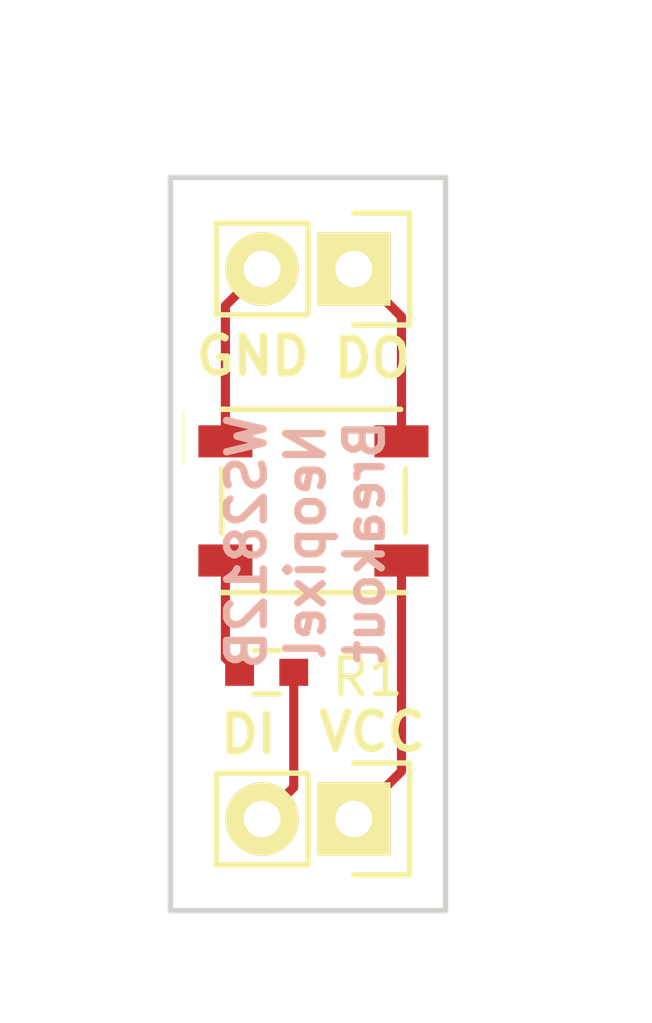
<source format=kicad_pcb>
(kicad_pcb (version 4) (host pcbnew 4.0.5-e0-6337~49~ubuntu16.04.1)

  (general
    (links 5)
    (no_connects 3)
    (area 144.704999 93.904999 152.475001 114.375001)
    (thickness 1.6)
    (drawings 15)
    (tracks 10)
    (zones 0)
    (modules 4)
    (nets 6)
  )

  (page USLetter)
  (title_block
    (title "Neopixel WS2812B Breakout Board")
    (date "1 Sep 2016")
    (rev v1.0)
    (company "CERN Open Hardware License v1.2")
    (comment 1 jenner@wickerbox.net)
    (comment 2 http://wickerbox.net)
    (comment 3 "Wickerbox Electronics")
  )

  (layers
    (0 F.Cu signal)
    (31 B.Cu signal)
    (34 B.Paste user)
    (35 F.Paste user)
    (36 B.SilkS user)
    (37 F.SilkS user)
    (38 B.Mask user)
    (39 F.Mask user)
    (44 Edge.Cuts user)
    (46 B.CrtYd user)
    (47 F.CrtYd user)
    (48 B.Fab user)
    (49 F.Fab user)
  )

  (setup
    (last_trace_width 0.254)
    (user_trace_width 0.1524)
    (user_trace_width 0.254)
    (user_trace_width 0.3302)
    (user_trace_width 0.508)
    (user_trace_width 0.762)
    (trace_clearance 0.254)
    (zone_clearance 0.508)
    (zone_45_only no)
    (trace_min 0.1524)
    (segment_width 0.2)
    (edge_width 0.15)
    (via_size 0.6858)
    (via_drill 0.3302)
    (via_min_size 0.6858)
    (via_min_drill 0.3302)
    (user_via 0.6858 0.3302)
    (user_via 0.762 0.4064)
    (user_via 0.8636 0.508)
    (uvia_size 0.762)
    (uvia_drill 0.508)
    (uvias_allowed no)
    (uvia_min_size 0)
    (uvia_min_drill 0)
    (pcb_text_width 0.3)
    (pcb_text_size 1.5 1.5)
    (mod_edge_width 0.15)
    (mod_text_size 1 1)
    (mod_text_width 0.15)
    (pad_size 1.524 1.524)
    (pad_drill 0.762)
    (pad_to_mask_clearance 0.0762)
    (aux_axis_origin 0 0)
    (visible_elements FFFEDF7D)
    (pcbplotparams
      (layerselection 0x3d0fc_80000001)
      (usegerberextensions true)
      (excludeedgelayer true)
      (linewidth 0.100000)
      (plotframeref false)
      (viasonmask false)
      (mode 1)
      (useauxorigin false)
      (hpglpennumber 1)
      (hpglpenspeed 20)
      (hpglpendiameter 15)
      (hpglpenoverlay 2)
      (psnegative false)
      (psa4output false)
      (plotreference true)
      (plotvalue true)
      (plotinvisibletext false)
      (padsonsilk false)
      (subtractmaskfromsilk false)
      (outputformat 1)
      (mirror false)
      (drillshape 0)
      (scaleselection 1)
      (outputdirectory gerbers/))
  )

  (net 0 "")
  (net 1 /VCC)
  (net 2 /DO)
  (net 3 /DI)
  (net 4 GND)
  (net 5 "Net-(LED1-Pad2)")

  (net_class Default "This is the default net class."
    (clearance 0.254)
    (trace_width 0.1524)
    (via_dia 0.6858)
    (via_drill 0.3302)
    (uvia_dia 0.762)
    (uvia_drill 0.508)
    (add_net /DI)
    (add_net /DO)
    (add_net /VCC)
    (add_net GND)
    (add_net "Net-(LED1-Pad2)")
  )

  (net_class Power ""
    (clearance 0.3302)
    (trace_width 0.508)
    (via_dia 0.762)
    (via_drill 0.4064)
    (uvia_dia 0.762)
    (uvia_drill 0.508)
  )

  (module Wickerlib:CONN-HEADER-STRAIGHT-P2.54MM-1x02 (layer F.Cu) (tedit 57C8B9F5) (tstamp 57C8B9D9)
    (at 149.86 111.76 270)
    (descr "Through hole pin header")
    (tags "pin header")
    (path /57C8B999)
    (fp_text reference J1 (at 0 1.25 360) (layer F.Fab)
      (effects (font (size 1 1) (thickness 0.15)))
    )
    (fp_text value INPUT (at 0 -3.1 270) (layer F.Fab) hide
      (effects (font (size 1 1) (thickness 0.15)))
    )
    (fp_line (start 1.75 4.25) (end 1.75 -1.75) (layer F.Fab) (width 0.05))
    (fp_line (start 1.75 4.25) (end -1.75 4.25) (layer F.Fab) (width 0.05))
    (fp_line (start -1.75 -1.75) (end -1.75 4.25) (layer F.Fab) (width 0.05))
    (fp_line (start 1.75 -1.75) (end -1.75 -1.75) (layer F.Fab) (width 0.05))
    (fp_text user %R (at 0 5.334 270) (layer F.SilkS) hide
      (effects (font (size 1 1) (thickness 0.15)))
    )
    (fp_circle (center 0 0) (end 0.15 0.25) (layer F.Fab) (width 0.4))
    (fp_line (start 1.27 1.27) (end 1.27 3.81) (layer F.SilkS) (width 0.15))
    (fp_line (start 1.55 -1.55) (end 1.55 0) (layer F.SilkS) (width 0.15))
    (fp_line (start -1.75 -1.75) (end -1.75 4.3) (layer F.CrtYd) (width 0.05))
    (fp_line (start 1.75 -1.75) (end 1.75 4.3) (layer F.CrtYd) (width 0.05))
    (fp_line (start -1.75 -1.75) (end 1.75 -1.75) (layer F.CrtYd) (width 0.05))
    (fp_line (start -1.75 4.3) (end 1.75 4.3) (layer F.CrtYd) (width 0.05))
    (fp_line (start 1.27 1.27) (end -1.27 1.27) (layer F.SilkS) (width 0.15))
    (fp_line (start -1.55 0) (end -1.55 -1.55) (layer F.SilkS) (width 0.15))
    (fp_line (start -1.55 -1.55) (end 1.55 -1.55) (layer F.SilkS) (width 0.15))
    (fp_line (start -1.27 1.27) (end -1.27 3.81) (layer F.SilkS) (width 0.15))
    (fp_line (start -1.27 3.81) (end 1.27 3.81) (layer F.SilkS) (width 0.15))
    (pad 1 thru_hole rect (at 0 0 270) (size 2.032 2.032) (drill 1.016) (layers *.Cu *.Mask F.SilkS)
      (net 1 /VCC))
    (pad 2 thru_hole oval (at 0 2.54 270) (size 2.032 2.032) (drill 1.016) (layers *.Cu *.Mask F.SilkS)
      (net 3 /DI))
  )

  (module Wickerlib:CONN-HEADER-STRAIGHT-P2.54MM-1x02 (layer F.Cu) (tedit 57C8B9F8) (tstamp 57C8B9DF)
    (at 149.86 96.52 270)
    (descr "Through hole pin header")
    (tags "pin header")
    (path /57C8B8EE)
    (fp_text reference J2 (at 0 1.25 360) (layer F.Fab)
      (effects (font (size 1 1) (thickness 0.15)))
    )
    (fp_text value OUTPUT (at 0 -3.1 270) (layer F.Fab) hide
      (effects (font (size 1 1) (thickness 0.15)))
    )
    (fp_line (start 1.75 4.25) (end 1.75 -1.75) (layer F.Fab) (width 0.05))
    (fp_line (start 1.75 4.25) (end -1.75 4.25) (layer F.Fab) (width 0.05))
    (fp_line (start -1.75 -1.75) (end -1.75 4.25) (layer F.Fab) (width 0.05))
    (fp_line (start 1.75 -1.75) (end -1.75 -1.75) (layer F.Fab) (width 0.05))
    (fp_text user %R (at 0 5.334 270) (layer F.SilkS) hide
      (effects (font (size 1 1) (thickness 0.15)))
    )
    (fp_circle (center 0 0) (end 0.15 0.25) (layer F.Fab) (width 0.4))
    (fp_line (start 1.27 1.27) (end 1.27 3.81) (layer F.SilkS) (width 0.15))
    (fp_line (start 1.55 -1.55) (end 1.55 0) (layer F.SilkS) (width 0.15))
    (fp_line (start -1.75 -1.75) (end -1.75 4.3) (layer F.CrtYd) (width 0.05))
    (fp_line (start 1.75 -1.75) (end 1.75 4.3) (layer F.CrtYd) (width 0.05))
    (fp_line (start -1.75 -1.75) (end 1.75 -1.75) (layer F.CrtYd) (width 0.05))
    (fp_line (start -1.75 4.3) (end 1.75 4.3) (layer F.CrtYd) (width 0.05))
    (fp_line (start 1.27 1.27) (end -1.27 1.27) (layer F.SilkS) (width 0.15))
    (fp_line (start -1.55 0) (end -1.55 -1.55) (layer F.SilkS) (width 0.15))
    (fp_line (start -1.55 -1.55) (end 1.55 -1.55) (layer F.SilkS) (width 0.15))
    (fp_line (start -1.27 1.27) (end -1.27 3.81) (layer F.SilkS) (width 0.15))
    (fp_line (start -1.27 3.81) (end 1.27 3.81) (layer F.SilkS) (width 0.15))
    (pad 1 thru_hole rect (at 0 0 270) (size 2.032 2.032) (drill 1.016) (layers *.Cu *.Mask F.SilkS)
      (net 2 /DO))
    (pad 2 thru_hole oval (at 0 2.54 270) (size 2.032 2.032) (drill 1.016) (layers *.Cu *.Mask F.SilkS)
      (net 4 GND))
  )

  (module Wickerlib:RLC-0603-SMD (layer F.Cu) (tedit 579029AB) (tstamp 57C8B9ED)
    (at 147.447 107.696 180)
    (descr "Capacitor SMD RLC-0603-SMD, reflow soldering, AVX (see smccp.pdf)")
    (tags "capacitor RLC-0603-SMD")
    (path /57C8BA02)
    (attr smd)
    (fp_text reference R1 (at 0.09 0.04 180) (layer F.Fab)
      (effects (font (size 0.8 0.8) (thickness 0.15)))
    )
    (fp_text value 470 (at 0 1.9 180) (layer F.Fab) hide
      (effects (font (size 1 1) (thickness 0.15)))
    )
    (fp_text user %R (at -2.794 -0.127 180) (layer F.SilkS)
      (effects (font (size 1 1) (thickness 0.15)))
    )
    (fp_line (start -1.45 -0.75) (end 1.45 -0.75) (layer F.Fab) (width 0.05))
    (fp_line (start -1.45 0.75) (end 1.45 0.75) (layer F.CrtYd) (width 0.05))
    (fp_line (start -1.45 -0.75) (end -1.45 0.75) (layer F.CrtYd) (width 0.05))
    (fp_line (start 1.45 -0.75) (end 1.45 0.75) (layer F.CrtYd) (width 0.05))
    (fp_line (start -0.35 -0.6) (end 0.35 -0.6) (layer F.SilkS) (width 0.15))
    (fp_line (start 0.35 0.6) (end -0.35 0.6) (layer F.SilkS) (width 0.15))
    (fp_line (start -1.45 -0.75) (end 1.45 -0.75) (layer F.CrtYd) (width 0.05))
    (fp_line (start -1.45 -0.75) (end -1.45 0.75) (layer F.Fab) (width 0.05))
    (fp_line (start 1.45 -0.75) (end 1.45 0.75) (layer F.Fab) (width 0.05))
    (fp_line (start -1.45 0.75) (end 1.45 0.75) (layer F.Fab) (width 0.05))
    (pad 1 smd rect (at -0.75 0 180) (size 0.8 0.75) (layers F.Cu F.Paste F.Mask)
      (net 3 /DI))
    (pad 2 smd rect (at 0.75 0 180) (size 0.8 0.75) (layers F.Cu F.Paste F.Mask)
      (net 5 "Net-(LED1-Pad2)"))
  )

  (module Wickerlib:LED-RGB-5050-SMD (layer F.Cu) (tedit 57C8BD40) (tstamp 57C8B9E7)
    (at 148.7424 102.9462 180)
    (path /57C8DCCA)
    (fp_text reference LED1 (at 0.025 0 180) (layer F.Fab)
      (effects (font (size 1 1) (thickness 0.15)))
    )
    (fp_text value WS2812B (at 0.025 0.05 180) (layer F.Fab) hide
      (effects (font (size 1 1) (thickness 0.15)))
    )
    (fp_line (start 2.413 3.048) (end 3.81 1.143) (layer F.Fab) (width 0.0464))
    (fp_circle (center 2.45 1.65) (end 2.5 1.8) (layer F.Fab) (width 0.05))
    (fp_line (start 3.6 1) (end 3.6 2.5) (layer F.SilkS) (width 0.05))
    (fp_line (start 3.81 1.143) (end 3.81 -2.921) (layer F.Fab) (width 0.05))
    (fp_line (start -3.81 3.048) (end 2.413 3.048) (layer F.Fab) (width 0.05))
    (fp_line (start -3.81 -2.921) (end -3.81 3.048) (layer F.Fab) (width 0.05))
    (fp_line (start 3.81 -2.921) (end -3.81 -2.921) (layer F.Fab) (width 0.05))
    (fp_text user %R (at 0.1 -3.302 180) (layer F.SilkS) hide
      (effects (font (size 1 1) (thickness 0.15)))
    )
    (fp_line (start -2.54 -0.889) (end -2.54 0.889) (layer F.SilkS) (width 0.1524))
    (fp_line (start 2.54 2.54) (end -2.413 2.54) (layer F.SilkS) (width 0.1524))
    (fp_line (start -2.54 -2.54) (end 2.54 -2.54) (layer F.SilkS) (width 0.1524))
    (fp_line (start 2.54 -0.889) (end 2.54 0.889) (layer F.SilkS) (width 0.1524))
    (pad 1 smd rect (at 2.4384 1.651 180) (size 1.4986 0.889) (layers F.Cu F.Paste F.Mask)
      (net 4 GND))
    (pad 2 smd rect (at 2.4384 -1.651 180) (size 1.4986 0.889) (layers F.Cu F.Paste F.Mask)
      (net 5 "Net-(LED1-Pad2)"))
    (pad 3 smd rect (at -2.4384 -1.651 180) (size 1.4986 0.889) (layers F.Cu F.Paste F.Mask)
      (net 1 /VCC))
    (pad 4 smd rect (at -2.4384 1.651 180) (size 1.4986 0.889) (layers F.Cu F.Paste F.Mask)
      (net 2 /DO))
  )

  (gr_text 2/7/17 (at 148.59 116.332) (layer F.Fab) (tstamp 57C8BE1C)
    (effects (font (size 1.27 1.27) (thickness 0.2032)))
  )
  (gr_text "RGB5050 Neopixel\nBreakout v1.1" (at 149.098 91.186) (layer F.Fab)
    (effects (font (size 1.27 1.27) (thickness 0.2032)))
  )
  (gr_line (start 144.78 93.853) (end 152.527 93.853) (layer F.Fab) (width 0.2))
  (gr_line (start 144.78 114.3) (end 144.78 93.853) (layer F.Fab) (width 0.2))
  (gr_line (start 152.527 114.3) (end 144.78 114.3) (layer F.Fab) (width 0.2))
  (gr_line (start 152.527 93.98) (end 152.527 114.3) (layer F.Fab) (width 0.2))
  (gr_text "WS2812B\nNeopixel\nBreakout" (at 148.5265 104.0765 90) (layer B.SilkS)
    (effects (font (size 1.016 1.016) (thickness 0.2032)) (justify mirror))
  )
  (gr_text DO (at 150.368 98.9965) (layer F.SilkS) (tstamp 56EF969F)
    (effects (font (size 1.016 1.016) (thickness 0.2032)))
  )
  (gr_text GND (at 147.066 98.933) (layer F.SilkS) (tstamp 56EF9699)
    (effects (font (size 1.016 1.016) (thickness 0.2032)))
  )
  (gr_text DI (at 146.939 109.4105) (layer F.SilkS) (tstamp 56EF9694)
    (effects (font (size 1.016 1.016) (thickness 0.2032)))
  )
  (gr_text VCC (at 150.368 109.347) (layer F.SilkS)
    (effects (font (size 1.016 1.016) (thickness 0.2032)))
  )
  (gr_line (start 144.78 93.98) (end 152.4 93.98) (layer Edge.Cuts) (width 0.15))
  (gr_line (start 144.78 114.3) (end 144.78 93.98) (layer Edge.Cuts) (width 0.15))
  (gr_line (start 152.4 114.3) (end 144.78 114.3) (layer Edge.Cuts) (width 0.15))
  (gr_line (start 152.4 93.98) (end 152.4 114.3) (layer Edge.Cuts) (width 0.15))

  (segment (start 151.1808 104.5972) (end 151.1808 110.4392) (width 0.254) (layer F.Cu) (net 1))
  (segment (start 151.1808 110.4392) (end 149.86 111.76) (width 0.254) (layer F.Cu) (net 1))
  (segment (start 151.1808 101.2952) (end 151.1808 97.8408) (width 0.254) (layer F.Cu) (net 2))
  (segment (start 151.1808 97.8408) (end 149.86 96.52) (width 0.254) (layer F.Cu) (net 2))
  (segment (start 148.197 107.696) (end 148.197 110.883) (width 0.254) (layer F.Cu) (net 3))
  (segment (start 148.197 110.883) (end 147.32 111.76) (width 0.254) (layer F.Cu) (net 3))
  (segment (start 146.304 101.2952) (end 146.304 97.536) (width 0.254) (layer F.Cu) (net 4))
  (segment (start 146.304 97.536) (end 147.32 96.52) (width 0.254) (layer F.Cu) (net 4))
  (segment (start 146.304 104.5972) (end 146.304 107.303) (width 0.254) (layer F.Cu) (net 5))
  (segment (start 146.304 107.303) (end 146.697 107.696) (width 0.254) (layer F.Cu) (net 5))

)

</source>
